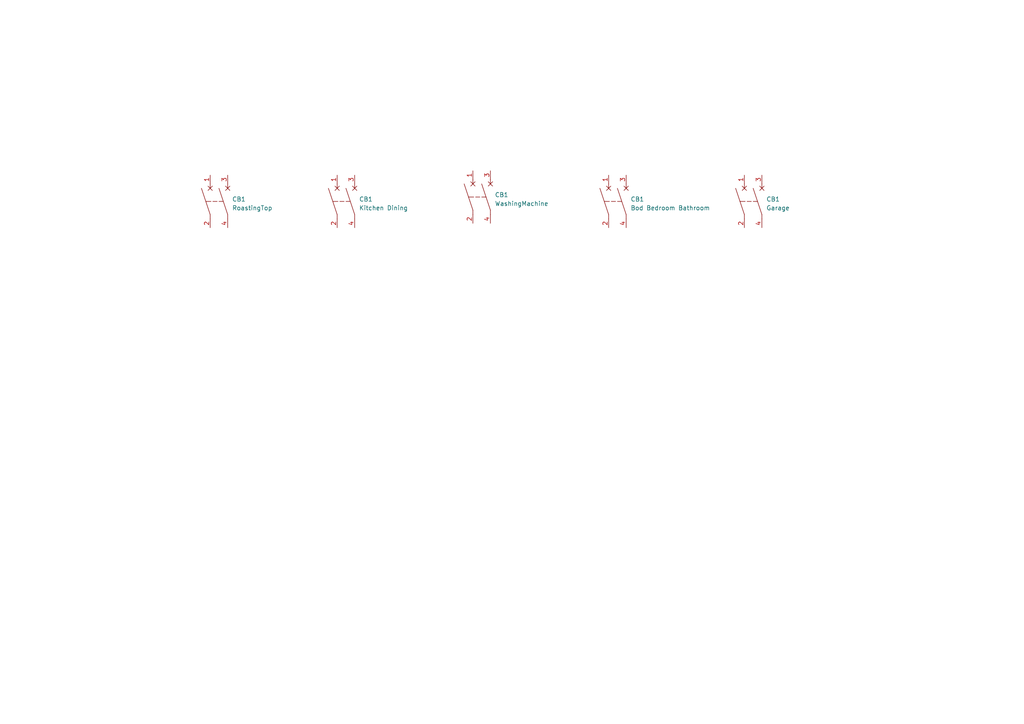
<source format=kicad_sch>
(kicad_sch (version 20230121) (generator eeschema)
  (paper "A4")
  (lib_symbols
    (symbol "Device:CircuitBreaker_2P"
      (property "Reference" "CB" (at 3.81 0 0))
      (property "Value" "CircuitBreaker_2P" (at 3.81 2.54 0))
      (symbol "CircuitBreaker_2P_0_1"
        (polyline (pts (xy -3.81 0) (xy -2.286 0)))
        (polyline (pts (xy -2.54 -3.81) (xy -5.08 3.81)))
        (polyline (pts (xy -1.778 0) (xy -0.508 0)))
        (polyline (pts (xy 0 0) (xy 1.27 0)))
        (polyline (pts (xy 2.54 -5.08) (xy 2.54 -3.81)))
        (polyline (pts (xy 2.54 -3.81) (xy 0 3.81)))
      )
      (symbol "CircuitBreaker_2P_1_1"
        (polyline (pts (xy -3.175 4.445) (xy -1.905 3.175)))
        (polyline (pts (xy -2.54 -3.81) (xy -2.54 -5.08)))
        (polyline (pts (xy -2.54 5.08) (xy -2.54 3.81)))
        (polyline (pts (xy -1.905 4.445) (xy -3.175 3.175)))
        (polyline (pts (xy 1.905 4.445) (xy 3.175 3.175)))
        (polyline (pts (xy 2.54 5.08) (xy 2.54 3.81)))
        (polyline (pts (xy 3.175 4.445) (xy 1.905 3.175)))
        (pin passive line (at -2.54 7.62 270) (length 2.54) (name "~") (number "1"))
        (pin passive line (at -2.54 -7.62 90) (length 2.54) (name "~") (number "2"))
        (pin passive line (at 2.54 7.62 270) (length 2.54) (name "~") (number "3"))
        (pin passive line (at 2.54 -7.62 90) (length 2.54) (name "~") (number "4"))
      )
    )
  )
  (symbol (lib_id "Device:CircuitBreaker_2P") (at 179.07 58.42 0) (unit 1)
    (property "Reference" "CB1" (at 182.88 57.785 0) (effects (justify left)))
    (property "Value" "Bod Bedroom Bathroom" (at 182.88 60.325 0) (effects (justify left)))
    (instances (project "power_monitor" (path "" (reference "CB1") (unit 1)) (path "" (reference "CB4") (unit 1))))
  )
  (symbol (lib_id "Device:CircuitBreaker_2P") (at 63.5 58.42 0) (unit 1)
    (property "Reference" "CB1" (at 67.31 57.785 0) (effects (justify left)))
    (property "Value" "RoastingTop" (at 67.31 60.325 0) (effects (justify left)))
    (instances (project "power_monitor" (path "" (reference "CB1") (unit 1)) (path "" (reference "CB_1") (unit 1))))
  )
  (symbol (lib_id "Device:CircuitBreaker_2P") (at 100.33 58.42 0) (unit 1)
    (property "Reference" "CB1" (at 104.14 57.785 0) (effects (justify left)))
    (property "Value" "Kitchen Dining" (at 104.14 60.325 0) (effects (justify left)))
    (instances (project "power_monitor" (path "" (reference "CB1") (unit 1)) (path "" (reference "CB_3") (unit 1))))
  )
  (symbol (lib_id "Device:CircuitBreaker_2P") (at 139.7 57.15 0) (unit 1)
    (property "Reference" "CB1" (at 143.51 56.515 0) (effects (justify left)))
    (property "Value" "WashingMachine" (at 143.51 59.055 0) (effects (justify left)))
    (instances (project "power_monitor" (path "" (reference "CB1") (unit 1)) (path "" (reference "CB_5") (unit 1))))
  )
  (symbol (lib_id "Device:CircuitBreaker_2P") (at 218.44 58.42 0) (unit 1)
    (property "Reference" "CB1" (at 222.25 57.785 0) (effects (justify left)))
    (property "Value" "Garage" (at 222.25 60.325 0) (effects (justify left)))
    (instances (project "power_monitor" (path "" (reference "CB1") (unit 1)) (path "" (reference "CB5") (unit 1))))
  )
)
</source>
